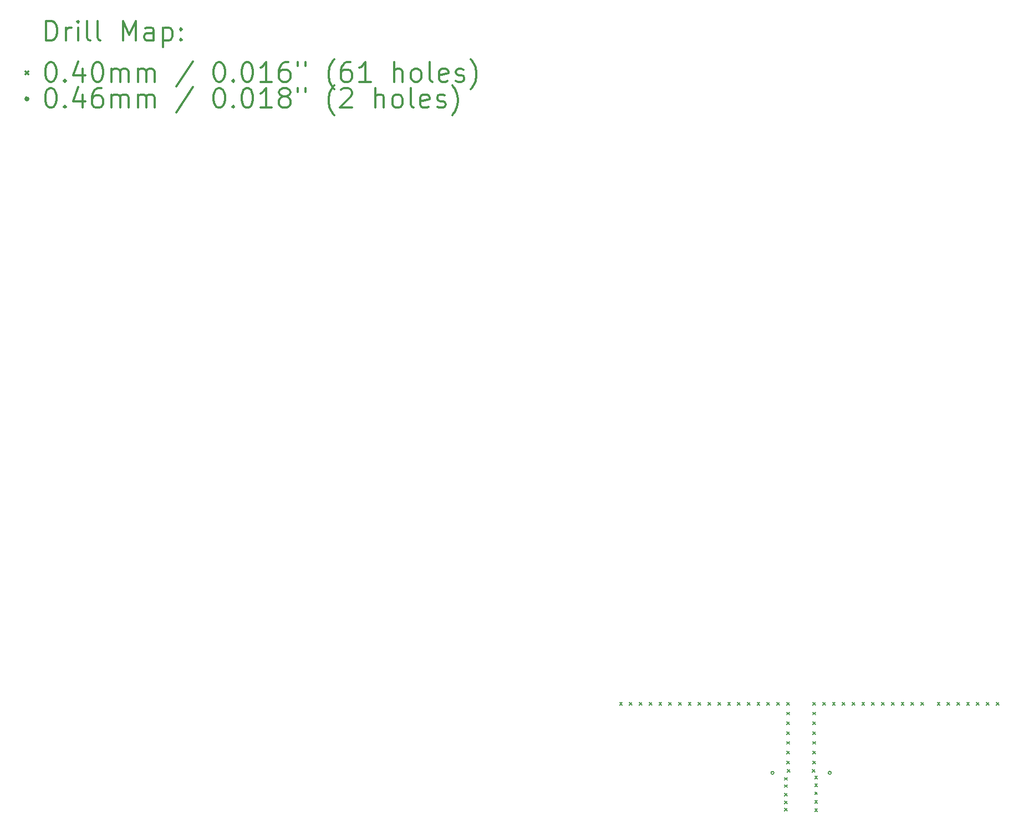
<source format=gbr>
*
%LPD*%
%LN915 PCB Antenna 01-drl_map*%
%FSLAX25Y25*%
%MOIN*%
%AD*%
%AD*%
%ADD19C,0.007874016*%
%ADD20C,0.011811024*%
G54D19*
%SRX1Y1I0.0J0.0*%
G1X3150Y67717D2*
G1X4724Y66142D1*
G1X4724Y67717D2*
G1X3150Y66142D1*
G1X9055Y67717D2*
G1X10630Y66142D1*
G1X10630Y67717D2*
G1X9055Y66142D1*
G1X14961Y67717D2*
G1X16535Y66142D1*
G1X16535Y67717D2*
G1X14961Y66142D1*
G1X20866Y67717D2*
G1X22441Y66142D1*
G1X22441Y67717D2*
G1X20866Y66142D1*
G1X26772Y67717D2*
G1X28346Y66142D1*
G1X28346Y67717D2*
G1X26772Y66142D1*
G1X32677Y67717D2*
G1X34252Y66142D1*
G1X34252Y67717D2*
G1X32677Y66142D1*
G1X38583Y67717D2*
G1X40157Y66142D1*
G1X40157Y67717D2*
G1X38583Y66142D1*
G1X44488Y67717D2*
G1X46063Y66142D1*
G1X46063Y67717D2*
G1X44488Y66142D1*
G1X50394Y67717D2*
G1X51969Y66142D1*
G1X51969Y67717D2*
G1X50394Y66142D1*
G1X56299Y67717D2*
G1X57874Y66142D1*
G1X57874Y67717D2*
G1X56299Y66142D1*
G1X62205Y67717D2*
G1X63780Y66142D1*
G1X63780Y67717D2*
G1X62205Y66142D1*
G1X68110Y67717D2*
G1X69685Y66142D1*
G1X69685Y67717D2*
G1X68110Y66142D1*
G1X74016Y67717D2*
G1X75591Y66142D1*
G1X75591Y67717D2*
G1X74016Y66142D1*
G1X79921Y67717D2*
G1X81496Y66142D1*
G1X81496Y67717D2*
G1X79921Y66142D1*
G1X85827Y67717D2*
G1X87402Y66142D1*
G1X87402Y67717D2*
G1X85827Y66142D1*
G1X91732Y67717D2*
G1X93307Y66142D1*
G1X93307Y67717D2*
G1X91732Y66142D1*
G1X97638Y67717D2*
G1X99213Y66142D1*
G1X99213Y67717D2*
G1X97638Y66142D1*
G1X102362Y22441D2*
G1X103937Y20866D1*
G1X103937Y22441D2*
G1X102362Y20866D1*
G1X102362Y18110D2*
G1X103937Y16535D1*
G1X103937Y18110D2*
G1X102362Y16535D1*
G1X102362Y12992D2*
G1X103937Y11417D1*
G1X103937Y12992D2*
G1X102362Y11417D1*
G1X102362Y8268D2*
G1X103937Y6693D1*
G1X103937Y8268D2*
G1X102362Y6693D1*
G1X102362Y3937D2*
G1X103937Y2362D1*
G1X103937Y3937D2*
G1X102362Y2362D1*
G1X103543Y67717D2*
G1X105118Y66142D1*
G1X105118Y67717D2*
G1X103543Y66142D1*
G1X103543Y61811D2*
G1X105118Y60236D1*
G1X105118Y61811D2*
G1X103543Y60236D1*
G1X103543Y55906D2*
G1X105118Y54331D1*
G1X105118Y55906D2*
G1X103543Y54331D1*
G1X103543Y50000D2*
G1X105118Y48425D1*
G1X105118Y50000D2*
G1X103543Y48425D1*
G1X103543Y44094D2*
G1X105118Y42520D1*
G1X105118Y44094D2*
G1X103543Y42520D1*
G1X103543Y38189D2*
G1X105118Y36614D1*
G1X105118Y38189D2*
G1X103543Y36614D1*
G1X103543Y32283D2*
G1X105118Y30709D1*
G1X105118Y32283D2*
G1X103543Y30709D1*
G1X103937Y27165D2*
G1X105512Y25591D1*
G1X105512Y27165D2*
G1X103937Y25591D1*
G1X118898Y27165D2*
G1X120472Y25591D1*
G1X120472Y27165D2*
G1X118898Y25591D1*
G1X119291Y67717D2*
G1X120866Y66142D1*
G1X120866Y67717D2*
G1X119291Y66142D1*
G1X119291Y61811D2*
G1X120866Y60236D1*
G1X120866Y61811D2*
G1X119291Y60236D1*
G1X119291Y55906D2*
G1X120866Y54331D1*
G1X120866Y55906D2*
G1X119291Y54331D1*
G1X119291Y50000D2*
G1X120866Y48425D1*
G1X120866Y50000D2*
G1X119291Y48425D1*
G1X119291Y44094D2*
G1X120866Y42520D1*
G1X120866Y44094D2*
G1X119291Y42520D1*
G1X119291Y38189D2*
G1X120866Y36614D1*
G1X120866Y38189D2*
G1X119291Y36614D1*
G1X119291Y32283D2*
G1X120866Y30709D1*
G1X120866Y32283D2*
G1X119291Y30709D1*
G1X120472Y23228D2*
G1X122047Y21654D1*
G1X122047Y23228D2*
G1X120472Y21654D1*
G1X120472Y18504D2*
G1X122047Y16929D1*
G1X122047Y18504D2*
G1X120472Y16929D1*
G1X120472Y13780D2*
G1X122047Y12205D1*
G1X122047Y13780D2*
G1X120472Y12205D1*
G1X120472Y8661D2*
G1X122047Y7087D1*
G1X122047Y8661D2*
G1X120472Y7087D1*
G1X120472Y3543D2*
G1X122047Y1969D1*
G1X122047Y3543D2*
G1X120472Y1969D1*
G1X125197Y67717D2*
G1X126772Y66142D1*
G1X126772Y67717D2*
G1X125197Y66142D1*
G1X131102Y67717D2*
G1X132677Y66142D1*
G1X132677Y67717D2*
G1X131102Y66142D1*
G1X137008Y67717D2*
G1X138583Y66142D1*
G1X138583Y67717D2*
G1X137008Y66142D1*
G1X142913Y67717D2*
G1X144488Y66142D1*
G1X144488Y67717D2*
G1X142913Y66142D1*
G1X148819Y67717D2*
G1X150394Y66142D1*
G1X150394Y67717D2*
G1X148819Y66142D1*
G1X154724Y67717D2*
G1X156299Y66142D1*
G1X156299Y67717D2*
G1X154724Y66142D1*
G1X160630Y67717D2*
G1X162205Y66142D1*
G1X162205Y67717D2*
G1X160630Y66142D1*
G1X166535Y67717D2*
G1X168110Y66142D1*
G1X168110Y67717D2*
G1X166535Y66142D1*
G1X172441Y67717D2*
G1X174016Y66142D1*
G1X174016Y67717D2*
G1X172441Y66142D1*
G1X178346Y67717D2*
G1X179921Y66142D1*
G1X179921Y67717D2*
G1X178346Y66142D1*
G1X184252Y67717D2*
G1X185827Y66142D1*
G1X185827Y67717D2*
G1X184252Y66142D1*
G1X194094Y67717D2*
G1X195669Y66142D1*
G1X195669Y67717D2*
G1X194094Y66142D1*
G1X200000Y67717D2*
G1X201575Y66142D1*
G1X201575Y67717D2*
G1X200000Y66142D1*
G1X205906Y67717D2*
G1X207480Y66142D1*
G1X207480Y67717D2*
G1X205906Y66142D1*
G1X211811Y67717D2*
G1X213386Y66142D1*
G1X213386Y67717D2*
G1X211811Y66142D1*
G1X217717Y67717D2*
G1X219291Y66142D1*
G1X219291Y67717D2*
G1X217717Y66142D1*
G1X223622Y67717D2*
G1X225197Y66142D1*
G1X225197Y67717D2*
G1X223622Y66142D1*
G1X229528Y67717D2*
G1X231102Y66142D1*
G1X231102Y67717D2*
G1X229528Y66142D1*
G1X95866Y25276D2*
G75*
G3X95866Y25276I-906J0D1*
G1X130354Y25276D2*
G3X130354Y25276I-906J0D1*
G74*
G1X-341676Y465917D2*
G54D20*
G1X-341676Y477728D1*
G1X-338864Y477728D1*
G1X-337177Y477165D1*
G1X-336052Y476041D1*
G1X-335489Y474916D1*
G1X-334927Y472666D1*
G1X-334927Y470979D1*
G1X-335489Y468729D1*
G1X-336052Y467604D1*
G1X-337177Y466479D1*
G1X-338864Y465917D1*
G1X-341676Y465917D1*
G1X-329865Y465917D2*
G1X-329865Y473791D1*
G1X-329865Y471541D2*
G1X-329303Y472666D1*
G1X-328740Y473228D1*
G1X-327615Y473791D1*
G1X-326490Y473791D1*
G1X-322553Y465917D2*
G1X-322553Y473791D1*
G1X-322553Y477728D2*
G1X-323116Y477165D1*
G1X-322553Y476603D1*
G1X-321991Y477165D1*
G1X-322553Y477728D1*
G1X-322553Y476603D1*
G1X-315242Y465917D2*
G1X-316367Y466479D1*
G1X-316929Y467604D1*
G1X-316929Y477728D1*
G1X-309055Y465917D2*
G1X-310180Y466479D1*
G1X-310742Y467604D1*
G1X-310742Y477728D1*
G1X-295557Y465917D2*
G1X-295557Y477728D1*
G1X-291620Y469291D1*
G1X-287683Y477728D1*
G1X-287683Y465917D1*
G1X-276997Y465917D2*
G1X-276997Y472104D1*
G1X-277559Y473228D1*
G1X-278684Y473791D1*
G1X-280934Y473791D1*
G1X-282059Y473228D1*
G1X-276997Y466479D2*
G1X-278121Y465917D1*
G1X-280934Y465917D1*
G1X-282059Y466479D1*
G1X-282621Y467604D1*
G1X-282621Y468729D1*
G1X-282059Y469854D1*
G1X-280934Y470416D1*
G1X-278121Y470416D1*
G1X-276997Y470979D1*
G1X-271372Y473791D2*
G1X-271372Y461980D1*
G1X-271372Y473228D2*
G1X-270247Y473791D1*
G1X-267998Y473791D1*
G1X-266873Y473228D1*
G1X-266310Y472666D1*
G1X-265748Y471541D1*
G1X-265748Y468166D1*
G1X-266310Y467042D1*
G1X-266873Y466479D1*
G1X-267998Y465917D1*
G1X-270247Y465917D1*
G1X-271372Y466479D1*
G1X-260686Y467042D2*
G1X-260124Y466479D1*
G1X-260686Y465917D1*
G1X-261249Y466479D1*
G1X-260686Y467042D1*
G1X-260686Y465917D1*
G1X-260686Y473228D2*
G1X-260124Y472666D1*
G1X-260686Y472104D1*
G1X-261249Y472666D1*
G1X-260686Y473228D1*
G1X-260686Y472104D1*
G1X-353937Y447244D2*
G1X-352362Y445669D1*
G1X-352362Y447244D2*
G1X-353937Y445669D1*
G1X-339426Y452925D2*
G1X-338301Y452925D1*
G1X-337177Y452362D1*
G1X-336614Y451800D1*
G1X-336052Y450675D1*
G1X-335489Y448425D1*
G1X-335489Y445613D1*
G1X-336052Y443363D1*
G1X-336614Y442238D1*
G1X-337177Y441676D1*
G1X-338301Y441114D1*
G1X-339426Y441114D1*
G1X-340551Y441676D1*
G1X-341114Y442238D1*
G1X-341676Y443363D1*
G1X-342238Y445613D1*
G1X-342238Y448425D1*
G1X-341676Y450675D1*
G1X-341114Y451800D1*
G1X-340551Y452362D1*
G1X-339426Y452925D1*
G1X-330427Y442238D2*
G1X-329865Y441676D1*
G1X-330427Y441114D1*
G1X-330990Y441676D1*
G1X-330427Y442238D1*
G1X-330427Y441114D1*
G1X-319741Y448988D2*
G1X-319741Y441114D1*
G1X-322553Y453487D2*
G1X-325366Y445051D1*
G1X-318054Y445051D1*
G1X-311305Y452925D2*
G1X-310180Y452925D1*
G1X-309055Y452362D1*
G1X-308493Y451800D1*
G1X-307930Y450675D1*
G1X-307368Y448425D1*
G1X-307368Y445613D1*
G1X-307930Y443363D1*
G1X-308493Y442238D1*
G1X-309055Y441676D1*
G1X-310180Y441114D1*
G1X-311305Y441114D1*
G1X-312430Y441676D1*
G1X-312992Y442238D1*
G1X-313555Y443363D1*
G1X-314117Y445613D1*
G1X-314117Y448425D1*
G1X-313555Y450675D1*
G1X-312992Y451800D1*
G1X-312430Y452362D1*
G1X-311305Y452925D1*
G1X-302306Y441114D2*
G1X-302306Y448988D1*
G1X-302306Y447863D2*
G1X-301744Y448425D1*
G1X-300619Y448988D1*
G1X-298931Y448988D1*
G1X-297807Y448425D1*
G1X-297244Y447300D1*
G1X-297244Y441114D1*
G1X-297244Y447300D2*
G1X-296682Y448425D1*
G1X-295557Y448988D1*
G1X-293870Y448988D1*
G1X-292745Y448425D1*
G1X-292182Y447300D1*
G1X-292182Y441114D1*
G1X-286558Y441114D2*
G1X-286558Y448988D1*
G1X-286558Y447863D2*
G1X-285996Y448425D1*
G1X-284871Y448988D1*
G1X-283183Y448988D1*
G1X-282059Y448425D1*
G1X-281496Y447300D1*
G1X-281496Y441114D1*
G1X-281496Y447300D2*
G1X-280934Y448425D1*
G1X-279809Y448988D1*
G1X-278121Y448988D1*
G1X-276997Y448425D1*
G1X-276434Y447300D1*
G1X-276434Y441114D1*
G1X-253375Y453487D2*
G1X-263498Y438301D1*
G1X-238189Y452925D2*
G1X-237064Y452925D1*
G1X-235939Y452362D1*
G1X-235377Y451800D1*
G1X-234814Y450675D1*
G1X-234252Y448425D1*
G1X-234252Y445613D1*
G1X-234814Y443363D1*
G1X-235377Y442238D1*
G1X-235939Y441676D1*
G1X-237064Y441114D1*
G1X-238189Y441114D1*
G1X-239314Y441676D1*
G1X-239876Y442238D1*
G1X-240439Y443363D1*
G1X-241001Y445613D1*
G1X-241001Y448425D1*
G1X-240439Y450675D1*
G1X-239876Y451800D1*
G1X-239314Y452362D1*
G1X-238189Y452925D1*
G1X-229190Y442238D2*
G1X-228628Y441676D1*
G1X-229190Y441114D1*
G1X-229753Y441676D1*
G1X-229190Y442238D1*
G1X-229190Y441114D1*
G1X-221316Y452925D2*
G1X-220191Y452925D1*
G1X-219066Y452362D1*
G1X-218504Y451800D1*
G1X-217941Y450675D1*
G1X-217379Y448425D1*
G1X-217379Y445613D1*
G1X-217941Y443363D1*
G1X-218504Y442238D1*
G1X-219066Y441676D1*
G1X-220191Y441114D1*
G1X-221316Y441114D1*
G1X-222441Y441676D1*
G1X-223003Y442238D1*
G1X-223566Y443363D1*
G1X-224128Y445613D1*
G1X-224128Y448425D1*
G1X-223566Y450675D1*
G1X-223003Y451800D1*
G1X-222441Y452362D1*
G1X-221316Y452925D1*
G1X-206130Y441114D2*
G1X-212880Y441114D1*
G1X-209505Y441114D2*
G1X-209505Y452925D1*
G1X-210630Y451237D1*
G1X-211755Y450112D1*
G1X-212880Y449550D1*
G1X-196007Y452925D2*
G1X-198256Y452925D1*
G1X-199381Y452362D1*
G1X-199944Y451800D1*
G1X-201069Y450112D1*
G1X-201631Y447863D1*
G1X-201631Y443363D1*
G1X-201069Y442238D1*
G1X-200506Y441676D1*
G1X-199381Y441114D1*
G1X-197132Y441114D1*
G1X-196007Y441676D1*
G1X-195444Y442238D1*
G1X-194882Y443363D1*
G1X-194882Y446175D1*
G1X-195444Y447300D1*
G1X-196007Y447863D1*
G1X-197132Y448425D1*
G1X-199381Y448425D1*
G1X-200506Y447863D1*
G1X-201069Y447300D1*
G1X-201631Y446175D1*
G1X-190382Y452925D2*
G1X-190382Y450675D1*
G1X-185883Y452925D2*
G1X-185883Y450675D1*
G1X-168448Y436614D2*
G1X-169010Y437177D1*
G1X-170135Y438864D1*
G1X-170697Y439989D1*
G1X-171260Y441676D1*
G1X-171822Y444488D1*
G1X-171822Y446738D1*
G1X-171260Y449550D1*
G1X-170697Y451237D1*
G1X-170135Y452362D1*
G1X-169010Y454049D1*
G1X-168448Y454612D1*
G1X-158886Y452925D2*
G1X-161136Y452925D1*
G1X-162261Y452362D1*
G1X-162823Y451800D1*
G1X-163948Y450112D1*
G1X-164511Y447863D1*
G1X-164511Y443363D1*
G1X-163948Y442238D1*
G1X-163386Y441676D1*
G1X-162261Y441114D1*
G1X-160011Y441114D1*
G1X-158886Y441676D1*
G1X-158324Y442238D1*
G1X-157762Y443363D1*
G1X-157762Y446175D1*
G1X-158324Y447300D1*
G1X-158886Y447863D1*
G1X-160011Y448425D1*
G1X-162261Y448425D1*
G1X-163386Y447863D1*
G1X-163948Y447300D1*
G1X-164511Y446175D1*
G1X-146513Y441114D2*
G1X-153262Y441114D1*
G1X-149888Y441114D2*
G1X-149888Y452925D1*
G1X-151012Y451237D1*
G1X-152137Y450112D1*
G1X-153262Y449550D1*
G1X-132452Y441114D2*
G1X-132452Y452925D1*
G1X-127390Y441114D2*
G1X-127390Y447300D1*
G1X-127953Y448425D1*
G1X-129078Y448988D1*
G1X-130765Y448988D1*
G1X-131890Y448425D1*
G1X-132452Y447863D1*
G1X-120079Y441114D2*
G1X-121204Y441676D1*
G1X-121766Y442238D1*
G1X-122328Y443363D1*
G1X-122328Y446738D1*
G1X-121766Y447863D1*
G1X-121204Y448425D1*
G1X-120079Y448988D1*
G1X-118391Y448988D1*
G1X-117267Y448425D1*
G1X-116704Y447863D1*
G1X-116142Y446738D1*
G1X-116142Y443363D1*
G1X-116704Y442238D1*
G1X-117267Y441676D1*
G1X-118391Y441114D1*
G1X-120079Y441114D1*
G1X-109393Y441114D2*
G1X-110517Y441676D1*
G1X-111080Y442801D1*
G1X-111080Y452925D1*
G1X-100394Y441676D2*
G1X-101519Y441114D1*
G1X-103768Y441114D1*
G1X-104893Y441676D1*
G1X-105456Y442801D1*
G1X-105456Y447300D1*
G1X-104893Y448425D1*
G1X-103768Y448988D1*
G1X-101519Y448988D1*
G1X-100394Y448425D1*
G1X-99831Y447300D1*
G1X-99831Y446175D1*
G1X-105456Y445051D1*
G1X-95332Y441676D2*
G1X-94207Y441114D1*
G1X-91957Y441114D1*
G1X-90832Y441676D1*
G1X-90270Y442801D1*
G1X-90270Y443363D1*
G1X-90832Y444488D1*
G1X-91957Y445051D1*
G1X-93645Y445051D1*
G1X-94769Y445613D1*
G1X-95332Y446738D1*
G1X-95332Y447300D1*
G1X-94769Y448425D1*
G1X-93645Y448988D1*
G1X-91957Y448988D1*
G1X-90832Y448425D1*
G1X-86333Y436614D2*
G1X-85771Y437177D1*
G1X-84646Y438864D1*
G1X-84083Y439989D1*
G1X-83521Y441676D1*
G1X-82958Y444488D1*
G1X-82958Y446738D1*
G1X-83521Y449550D1*
G1X-84083Y451237D1*
G1X-84646Y452362D1*
G1X-85771Y454049D1*
G1X-86333Y454612D1*
G1X-352362Y430866D2*
G75*
G3X-352362Y430866I-906J0D1*
G74*
G1X-339426Y437334D2*
G1X-338301Y437334D1*
G1X-337177Y436772D1*
G1X-336614Y436209D1*
G1X-336052Y435084D1*
G1X-335489Y432835D1*
G1X-335489Y430022D1*
G1X-336052Y427773D1*
G1X-336614Y426648D1*
G1X-337177Y426085D1*
G1X-338301Y425523D1*
G1X-339426Y425523D1*
G1X-340551Y426085D1*
G1X-341114Y426648D1*
G1X-341676Y427773D1*
G1X-342238Y430022D1*
G1X-342238Y432835D1*
G1X-341676Y435084D1*
G1X-341114Y436209D1*
G1X-340551Y436772D1*
G1X-339426Y437334D1*
G1X-330427Y426648D2*
G1X-329865Y426085D1*
G1X-330427Y425523D1*
G1X-330990Y426085D1*
G1X-330427Y426648D1*
G1X-330427Y425523D1*
G1X-319741Y433397D2*
G1X-319741Y425523D1*
G1X-322553Y437896D2*
G1X-325366Y429460D1*
G1X-318054Y429460D1*
G1X-308493Y437334D2*
G1X-310742Y437334D1*
G1X-311867Y436772D1*
G1X-312430Y436209D1*
G1X-313555Y434522D1*
G1X-314117Y432272D1*
G1X-314117Y427773D1*
G1X-313555Y426648D1*
G1X-312992Y426085D1*
G1X-311867Y425523D1*
G1X-309618Y425523D1*
G1X-308493Y426085D1*
G1X-307930Y426648D1*
G1X-307368Y427773D1*
G1X-307368Y430585D1*
G1X-307930Y431710D1*
G1X-308493Y432272D1*
G1X-309618Y432835D1*
G1X-311867Y432835D1*
G1X-312992Y432272D1*
G1X-313555Y431710D1*
G1X-314117Y430585D1*
G1X-302306Y425523D2*
G1X-302306Y433397D1*
G1X-302306Y432272D2*
G1X-301744Y432835D1*
G1X-300619Y433397D1*
G1X-298931Y433397D1*
G1X-297807Y432835D1*
G1X-297244Y431710D1*
G1X-297244Y425523D1*
G1X-297244Y431710D2*
G1X-296682Y432835D1*
G1X-295557Y433397D1*
G1X-293870Y433397D1*
G1X-292745Y432835D1*
G1X-292182Y431710D1*
G1X-292182Y425523D1*
G1X-286558Y425523D2*
G1X-286558Y433397D1*
G1X-286558Y432272D2*
G1X-285996Y432835D1*
G1X-284871Y433397D1*
G1X-283183Y433397D1*
G1X-282059Y432835D1*
G1X-281496Y431710D1*
G1X-281496Y425523D1*
G1X-281496Y431710D2*
G1X-280934Y432835D1*
G1X-279809Y433397D1*
G1X-278121Y433397D1*
G1X-276997Y432835D1*
G1X-276434Y431710D1*
G1X-276434Y425523D1*
G1X-253375Y437896D2*
G1X-263498Y422711D1*
G1X-238189Y437334D2*
G1X-237064Y437334D1*
G1X-235939Y436772D1*
G1X-235377Y436209D1*
G1X-234814Y435084D1*
G1X-234252Y432835D1*
G1X-234252Y430022D1*
G1X-234814Y427773D1*
G1X-235377Y426648D1*
G1X-235939Y426085D1*
G1X-237064Y425523D1*
G1X-238189Y425523D1*
G1X-239314Y426085D1*
G1X-239876Y426648D1*
G1X-240439Y427773D1*
G1X-241001Y430022D1*
G1X-241001Y432835D1*
G1X-240439Y435084D1*
G1X-239876Y436209D1*
G1X-239314Y436772D1*
G1X-238189Y437334D1*
G1X-229190Y426648D2*
G1X-228628Y426085D1*
G1X-229190Y425523D1*
G1X-229753Y426085D1*
G1X-229190Y426648D1*
G1X-229190Y425523D1*
G1X-221316Y437334D2*
G1X-220191Y437334D1*
G1X-219066Y436772D1*
G1X-218504Y436209D1*
G1X-217941Y435084D1*
G1X-217379Y432835D1*
G1X-217379Y430022D1*
G1X-217941Y427773D1*
G1X-218504Y426648D1*
G1X-219066Y426085D1*
G1X-220191Y425523D1*
G1X-221316Y425523D1*
G1X-222441Y426085D1*
G1X-223003Y426648D1*
G1X-223566Y427773D1*
G1X-224128Y430022D1*
G1X-224128Y432835D1*
G1X-223566Y435084D1*
G1X-223003Y436209D1*
G1X-222441Y436772D1*
G1X-221316Y437334D1*
G1X-206130Y425523D2*
G1X-212880Y425523D1*
G1X-209505Y425523D2*
G1X-209505Y437334D1*
G1X-210630Y435647D1*
G1X-211755Y434522D1*
G1X-212880Y433959D1*
G1X-199381Y432272D2*
G1X-200506Y432835D1*
G1X-201069Y433397D1*
G1X-201631Y434522D1*
G1X-201631Y435084D1*
G1X-201069Y436209D1*
G1X-200506Y436772D1*
G1X-199381Y437334D1*
G1X-197132Y437334D1*
G1X-196007Y436772D1*
G1X-195444Y436209D1*
G1X-194882Y435084D1*
G1X-194882Y434522D1*
G1X-195444Y433397D1*
G1X-196007Y432835D1*
G1X-197132Y432272D1*
G1X-199381Y432272D1*
G1X-200506Y431710D1*
G1X-201069Y431147D1*
G1X-201631Y430022D1*
G1X-201631Y427773D1*
G1X-201069Y426648D1*
G1X-200506Y426085D1*
G1X-199381Y425523D1*
G1X-197132Y425523D1*
G1X-196007Y426085D1*
G1X-195444Y426648D1*
G1X-194882Y427773D1*
G1X-194882Y430022D1*
G1X-195444Y431147D1*
G1X-196007Y431710D1*
G1X-197132Y432272D1*
G1X-190382Y437334D2*
G1X-190382Y435084D1*
G1X-185883Y437334D2*
G1X-185883Y435084D1*
G1X-168448Y421024D2*
G1X-169010Y421586D1*
G1X-170135Y423273D1*
G1X-170697Y424398D1*
G1X-171260Y426085D1*
G1X-171822Y428898D1*
G1X-171822Y431147D1*
G1X-171260Y433959D1*
G1X-170697Y435647D1*
G1X-170135Y436772D1*
G1X-169010Y438459D1*
G1X-168448Y439021D1*
G1X-164511Y436209D2*
G1X-163948Y436772D1*
G1X-162823Y437334D1*
G1X-160011Y437334D1*
G1X-158886Y436772D1*
G1X-158324Y436209D1*
G1X-157762Y435084D1*
G1X-157762Y433959D1*
G1X-158324Y432272D1*
G1X-165073Y425523D1*
G1X-157762Y425523D1*
G1X-143701Y425523D2*
G1X-143701Y437334D1*
G1X-138639Y425523D2*
G1X-138639Y431710D1*
G1X-139201Y432835D1*
G1X-140326Y433397D1*
G1X-142014Y433397D1*
G1X-143138Y432835D1*
G1X-143701Y432272D1*
G1X-131327Y425523D2*
G1X-132452Y426085D1*
G1X-133015Y426648D1*
G1X-133577Y427773D1*
G1X-133577Y431147D1*
G1X-133015Y432272D1*
G1X-132452Y432835D1*
G1X-131327Y433397D1*
G1X-129640Y433397D1*
G1X-128515Y432835D1*
G1X-127953Y432272D1*
G1X-127390Y431147D1*
G1X-127390Y427773D1*
G1X-127953Y426648D1*
G1X-128515Y426085D1*
G1X-129640Y425523D1*
G1X-131327Y425523D1*
G1X-120641Y425523D2*
G1X-121766Y426085D1*
G1X-122328Y427210D1*
G1X-122328Y437334D1*
G1X-111642Y426085D2*
G1X-112767Y425523D1*
G1X-115017Y425523D1*
G1X-116142Y426085D1*
G1X-116704Y427210D1*
G1X-116704Y431710D1*
G1X-116142Y432835D1*
G1X-115017Y433397D1*
G1X-112767Y433397D1*
G1X-111642Y432835D1*
G1X-111080Y431710D1*
G1X-111080Y430585D1*
G1X-116704Y429460D1*
G1X-106580Y426085D2*
G1X-105456Y425523D1*
G1X-103206Y425523D1*
G1X-102081Y426085D1*
G1X-101519Y427210D1*
G1X-101519Y427773D1*
G1X-102081Y428898D1*
G1X-103206Y429460D1*
G1X-104893Y429460D1*
G1X-106018Y430022D1*
G1X-106580Y431147D1*
G1X-106580Y431710D1*
G1X-106018Y432835D1*
G1X-104893Y433397D1*
G1X-103206Y433397D1*
G1X-102081Y432835D1*
G1X-97582Y421024D2*
G1X-97019Y421586D1*
G1X-95894Y423273D1*
G1X-95332Y424398D1*
G1X-94769Y426085D1*
G1X-94207Y428898D1*
G1X-94207Y431147D1*
G1X-94769Y433959D1*
G1X-95332Y435647D1*
G1X-95894Y436772D1*
G1X-97019Y438459D1*
G1X-97582Y439021D1*
M2*

</source>
